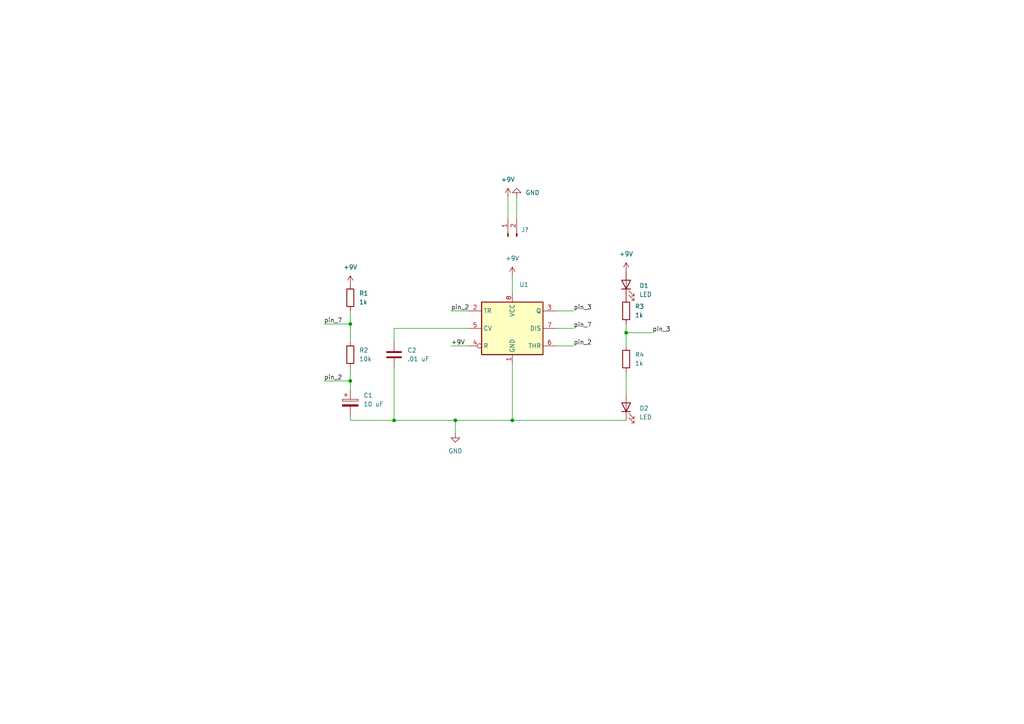
<source format=kicad_sch>
(kicad_sch (version 20211123) (generator eeschema)
  (paper "A4")
  (title_block (title "555 Timer Circuit") (date "2023-01-27") (rev "R0"))
  (lib_symbols
    (symbol "Connector:Conn_01x02_Male" (pin_names (offset 1.016) hide)
      (property "Reference" "J" (at 0 2.54 0))
      (property "Value" "Conn_01x02_Male" (at 0 -5.08 0))
      (symbol "Conn_01x02_Male_1_1"
        (polyline (pts (xy 1.27 -2.54) (xy 0.8636 -2.54)) (stroke (width 0.1524)))
        (polyline (pts (xy 1.27 0) (xy 0.8636 0)) (stroke (width 0.1524)))
        (rectangle (start 0.8636 -2.413) (end 0 -2.667) (stroke (width 0.1524)) (fill (type outline)))
        (rectangle (start 0.8636 0.127) (end 0 -0.127) (stroke (width 0.1524)) (fill (type outline)))
        (pin passive line (at 5.08 0 180) (length 3.81) (name "Pin_1") (number "1"))
        (pin passive line (at 5.08 -2.54 180) (length 3.81) (name "Pin_2") (number "2"))
      )
    )
    (symbol "Device:C" (pin_numbers hide) (pin_names (offset 0.254))
      (property "Reference" "C" (at 0.635 2.54 0))
      (property "Value" "C" (at 0.635 -2.54 0))
      (symbol "C_0_1"
        (polyline (pts (xy -2.032 -0.762) (xy 2.032 -0.762)) (stroke (width 0.508)))
        (polyline (pts (xy -2.032 0.762) (xy 2.032 0.762)) (stroke (width 0.508)))
      )
      (symbol "C_1_1"
        (pin passive line (at 0 3.81 270) (length 2.794) (name "~") (number "1"))
        (pin passive line (at 0 -3.81 90) (length 2.794) (name "~") (number "2"))
      )
    )
    (symbol "Device:C_Polarized" (pin_numbers hide) (pin_names (offset 0.254))
      (property "Reference" "C" (at 0.635 2.54 0))
      (property "Value" "C_Polarized" (at 0.635 -2.54 0))
      (symbol "C_Polarized_0_1"
        (rectangle (start -2.286 0.508) (end 2.286 1.016))
        (polyline (pts (xy -1.778 2.286) (xy -0.762 2.286)))
        (polyline (pts (xy -1.27 2.794) (xy -1.27 1.778)))
        (rectangle (start 2.286 -0.508) (end -2.286 -1.016) (fill (type outline)))
      )
      (symbol "C_Polarized_1_1"
        (pin passive line (at 0 3.81 270) (length 2.794) (name "~") (number "1"))
        (pin passive line (at 0 -3.81 90) (length 2.794) (name "~") (number "2"))
      )
    )
    (symbol "Device:LED" (pin_numbers hide) (pin_names (offset 1.016) hide)
      (property "Reference" "D" (at 0 2.54 0))
      (property "Value" "LED" (at 0 -2.54 0))
      (symbol "LED_0_1"
        (polyline (pts (xy -1.27 -1.27) (xy -1.27 1.27)) (stroke (width 0.254)))
        (polyline (pts (xy -1.27 0) (xy 1.27 0)))
        (polyline (pts (xy 1.27 -1.27) (xy 1.27 1.27) (xy -1.27 0) (xy 1.27 -1.27)) (stroke (width 0.254)))
        (polyline (pts (xy -3.048 -0.762) (xy -4.572 -2.286) (xy -3.81 -2.286) (xy -4.572 -2.286) (xy -4.572 -1.524)))
        (polyline (pts (xy -1.778 -0.762) (xy -3.302 -2.286) (xy -2.54 -2.286) (xy -3.302 -2.286) (xy -3.302 -1.524)))
      )
      (symbol "LED_1_1"
        (pin passive line (at -3.81 0 0) (length 2.54) (name "K") (number "1"))
        (pin passive line (at 3.81 0 180) (length 2.54) (name "A") (number "2"))
      )
    )
    (symbol "Device:R" (pin_numbers hide) (pin_names (offset 0))
      (property "Reference" "R" (at 2.032 0 90))
      (property "Value" "R" (at 0 0 90))
      (symbol "R_0_1"
        (rectangle (start -1.016 -2.54) (end 1.016 2.54) (stroke (width 0.254)))
      )
      (symbol "R_1_1"
        (pin passive line (at 0 3.81 270) (length 1.27) (name "~") (number "1"))
        (pin passive line (at 0 -3.81 90) (length 1.27) (name "~") (number "2"))
      )
    )
    (symbol "Timer:NE555D"
      (property "Reference" "U" (at -10.16 8.89 0))
      (property "Value" "NE555D" (at 2.54 8.89 0))
      (symbol "NE555D_0_0"
        (pin power_in line (at 0 -10.16 90) (length 2.54) (name "GND") (number "1"))
        (pin power_in line (at 0 10.16 270) (length 2.54) (name "VCC") (number "8"))
      )
      (symbol "NE555D_0_1"
        (rectangle (start -8.89 -7.62) (end 8.89 7.62) (stroke (width 0.254)) (fill (type background)))
        (rectangle (start -8.89 -7.62) (end 8.89 7.62) (stroke (width 0.254)) (fill (type background)))
      )
      (symbol "NE555D_1_1"
        (pin input line (at -12.7 5.08 0) (length 3.81) (name "TR") (number "2"))
        (pin output line (at 12.7 5.08 180) (length 3.81) (name "Q") (number "3"))
        (pin input inverted (at -12.7 -5.08 0) (length 3.81) (name "R") (number "4"))
        (pin input line (at -12.7 0 0) (length 3.81) (name "CV") (number "5"))
        (pin input line (at 12.7 -5.08 180) (length 3.81) (name "THR") (number "6"))
        (pin input line (at 12.7 0 180) (length 3.81) (name "DIS") (number "7"))
      )
    )
    (symbol "power:+9V" (power) (pin_names (offset 0))
      (property "Value" "+9V" (at 0 3.556 0))
      (symbol "+9V_0_1"
        (polyline (pts (xy -0.762 1.27) (xy 0 2.54)))
        (polyline (pts (xy 0 0) (xy 0 2.54)))
        (polyline (pts (xy 0 2.54) (xy 0.762 1.27)))
      )
      (symbol "+9V_1_1"
        (pin power_in line (at 0 0 90) (length 0) hide (name "+9V") (number "1"))
      )
    )
    (symbol "power:GND" (power) (pin_names (offset 0))
      (property "Value" "GND" (at 0 -3.81 0))
      (symbol "GND_0_1"
        (polyline (pts (xy 0 0) (xy 0 -1.27) (xy 1.27 -1.27) (xy 0 -2.54) (xy -1.27 -1.27) (xy 0 -1.27)))
      )
      (symbol "GND_1_1"
        (pin power_in line (at 0 0 270) (length 0) hide (name "GND") (number "1"))
      )
    )
  )
  (junction (at 114.3 121.92))
  (junction (at 148.59 121.92))
  (junction (at 101.6 110.49))
  (junction (at 101.6 93.98))
  (junction (at 132.08 121.92))
  (junction (at 181.61 96.52))
  (wire (pts (xy 181.61 96.52) (xy 189.23 96.52)))
  (wire (pts (xy 114.3 121.92) (xy 132.08 121.92)))
  (wire (pts (xy 147.32 57.15) (xy 147.32 63.5)))
  (wire (pts (xy 101.6 90.17) (xy 101.6 93.98)))
  (wire (pts (xy 161.29 100.33) (xy 166.37 100.33)))
  (wire (pts (xy 101.6 110.49) (xy 101.6 113.03)))
  (wire (pts (xy 132.08 121.92) (xy 148.59 121.92)))
  (wire (pts (xy 181.61 96.52) (xy 181.61 100.33)))
  (wire (pts (xy 148.59 121.92) (xy 181.61 121.92)))
  (wire (pts (xy 181.61 93.98) (xy 181.61 96.52)))
  (wire (pts (xy 114.3 95.25) (xy 114.3 99.06)))
  (wire (pts (xy 149.86 57.15) (xy 149.86 63.5)))
  (wire (pts (xy 161.29 95.25) (xy 166.37 95.25)))
  (wire (pts (xy 101.6 106.68) (xy 101.6 110.49)))
  (wire (pts (xy 130.81 100.33) (xy 135.89 100.33)))
  (wire (pts (xy 93.98 110.49) (xy 101.6 110.49)))
  (wire (pts (xy 114.3 106.68) (xy 114.3 121.92)))
  (wire (pts (xy 148.59 80.01) (xy 148.59 85.09)))
  (wire (pts (xy 114.3 95.25) (xy 135.89 95.25)))
  (wire (pts (xy 130.81 90.17) (xy 135.89 90.17)))
  (wire (pts (xy 181.61 107.95) (xy 181.61 114.3)))
  (wire (pts (xy 114.3 121.92) (xy 101.6 121.92)))
  (wire (pts (xy 148.59 121.92) (xy 148.59 105.41)))
  (wire (pts (xy 161.29 90.17) (xy 166.37 90.17)))
  (wire (pts (xy 101.6 121.92) (xy 101.6 120.65)))
  (wire (pts (xy 101.6 93.98) (xy 101.6 99.06)))
  (wire (pts (xy 132.08 121.92) (xy 132.08 125.73)))
  (wire (pts (xy 93.98 93.98) (xy 101.6 93.98)))
  (label "pin_2" (at 93.98 110.49 0))
  (label "pin_2" (at 130.81 90.17 0))
  (label "pin_3" (at 166.37 90.17 0))
  (label "pin_7" (at 93.98 93.98 0))
  (label "pin_3" (at 189.23 96.52 0))
  (label "+9V" (at 130.81 100.33 0))
  (label "pin_2" (at 166.37 100.33 0))
  (label "pin_7" (at 166.37 95.25 0))
  (symbol (lib_id "power:+9V") (at 101.6 82.55 0) (unit 1)
    (property "Reference" "#PWR?" (effects hide))
    (property "Value" "+9V" (at 101.6 77.47 0))
  )
  (symbol (lib_id "Device:C_Polarized") (at 101.6 116.84 0) (unit 1)
    (property "Reference" "C1" (at 105.41 114.6809 0) (effects (justify left)))
    (property "Value" "10 uF" (at 105.41 117.2209 0) (effects (justify left)))
  )
  (symbol (lib_id "power:GND") (at 149.86 57.15 180) (unit 1)
    (property "Reference" "#PWR?" (effects hide))
    (property "Value" "GND" (at 152.4 55.8799 0) (effects (justify right)))
  )
  (symbol (lib_id "power:+9V") (at 147.32 57.15 0) (unit 1)
    (property "Reference" "#PWR?" (effects hide))
    (property "Value" "+9V" (at 147.32 52.07 0))
  )
  (symbol (lib_id "Device:R") (at 181.61 104.14 0) (unit 1)
    (property "Reference" "R4" (at 184.15 102.8699 0) (effects (justify left)))
    (property "Value" "1k" (at 184.15 105.4099 0) (effects (justify left)))
  )
  (symbol (lib_id "Device:R") (at 101.6 102.87 0) (unit 1)
    (property "Reference" "R2" (at 104.14 101.5999 0) (effects (justify left)))
    (property "Value" "10k" (at 104.14 104.1399 0) (effects (justify left)))
  )
  (symbol (lib_id "Connector:Conn_01x02_Male") (at 147.32 68.58 90) (unit 1)
    (property "Reference" "J?" (at 151.13 66.6749 90) (effects (justify right)))
    (property "Value" "Conn_01x02_Male" (effects hide))
  )
  (symbol (lib_id "power:+9V") (at 148.59 80.01 0) (unit 1)
    (property "Reference" "#PWR?" (effects hide))
    (property "Value" "+9V" (at 148.59 74.93 0))
  )
  (symbol (lib_id "Device:R") (at 181.61 90.17 180) (unit 1)
    (property "Reference" "R3" (at 184.15 88.8999 0) (effects (justify right)))
    (property "Value" "1k" (at 184.15 91.4399 0) (effects (justify right)))
  )
  (symbol (lib_id "Device:LED") (at 181.61 82.55 90) (unit 1)
    (property "Reference" "D1" (at 185.42 82.8674 90) (effects (justify right)))
    (property "Value" "LED" (at 185.42 85.4074 90) (effects (justify right)))
  )
  (symbol (lib_id "Device:LED") (at 181.61 118.11 90) (unit 1)
    (property "Reference" "D2" (at 185.42 118.4274 90) (effects (justify right)))
    (property "Value" "LED" (at 185.42 120.9674 90) (effects (justify right)))
  )
  (symbol (lib_id "Device:R") (at 101.6 86.36 0) (unit 1)
    (property "Reference" "R1" (at 104.14 85.0899 0) (effects (justify left)))
    (property "Value" "1k" (at 104.14 87.6299 0) (effects (justify left)))
  )
  (symbol (lib_id "power:+9V") (at 181.61 78.74 0) (unit 1)
    (property "Reference" "#PWR?" (effects hide))
    (property "Value" "+9V" (at 181.61 73.66 0))
  )
  (symbol (lib_id "power:GND") (at 132.08 125.73 0) (unit 1)
    (property "Reference" "#PWR?" (effects hide))
    (property "Value" "GND" (at 132.08 130.81 0))
  )
  (symbol (lib_id "Timer:NE555D") (at 148.59 95.25 0) (unit 1)
    (property "Reference" "U1" (at 150.6094 82.55 0) (effects (justify left)))
    (property "Value" "NE555D" (effects hide))
    (property "Footprint" "Package_SO:SOIC-8_3.9x4.9mm_P1.27mm" (effects hide))
    (property "Datasheet" "http://www.ti.com/lit/ds/symlink/ne555.pdf" (effects hide))
  )
  (symbol (lib_id "Device:C") (at 114.3 102.87 0) (unit 1)
    (property "Reference" "C2" (at 118.11 101.5999 0) (effects (justify left)))
    (property "Value" ".01 uF" (at 118.11 104.1399 0) (effects (justify left)))
  )
)
</source>
